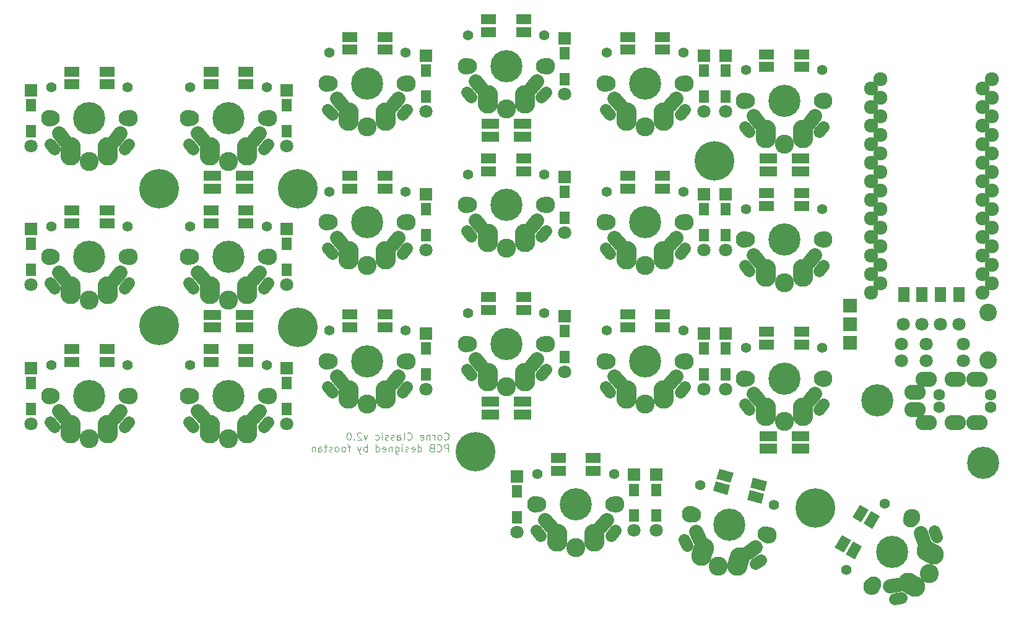
<source format=gbr>
G04 #@! TF.GenerationSoftware,KiCad,Pcbnew,5.1.5+dfsg1-2~bpo10+1*
G04 #@! TF.CreationDate,2020-09-05T13:32:18+00:00*
G04 #@! TF.ProjectId,corne-classic,636f726e-652d-4636-9c61-737369632e6b,1.1*
G04 #@! TF.SameCoordinates,Original*
G04 #@! TF.FileFunction,Soldermask,Bot*
G04 #@! TF.FilePolarity,Negative*
%FSLAX46Y46*%
G04 Gerber Fmt 4.6, Leading zero omitted, Abs format (unit mm)*
G04 Created by KiCad (PCBNEW 5.1.5+dfsg1-2~bpo10+1) date 2020-09-05 13:32:18*
%MOMM*%
%LPD*%
G04 APERTURE LIST*
%ADD10C,0.125000*%
%ADD11C,1.797000*%
%ADD12O,2.900000X2.100000*%
%ADD13C,1.600000*%
%ADD14R,2.400000X1.400000*%
%ADD15C,1.650000*%
%ADD16C,4.400000*%
%ADD17C,2.300000*%
%ADD18C,2.600000*%
%ADD19C,2.800000*%
%ADD20C,1.950000*%
%ADD21C,2.100000*%
%ADD22C,1.400000*%
%ADD23C,1.924000*%
%ADD24R,2.000000X1.400000*%
%ADD25C,0.100000*%
%ADD26R,1.797000X1.797000*%
%ADD27R,1.350000X1.700000*%
%ADD28R,1.543000X1.035000*%
%ADD29R,1.924000X1.924000*%
%ADD30C,5.400000*%
%ADD31C,2.400000*%
G04 APERTURE END LIST*
D10*
X118509226Y-121044642D02*
X118556845Y-121092261D01*
X118699702Y-121139880D01*
X118794940Y-121139880D01*
X118937797Y-121092261D01*
X119033035Y-120997023D01*
X119080654Y-120901785D01*
X119128273Y-120711309D01*
X119128273Y-120568452D01*
X119080654Y-120377976D01*
X119033035Y-120282738D01*
X118937797Y-120187500D01*
X118794940Y-120139880D01*
X118699702Y-120139880D01*
X118556845Y-120187500D01*
X118509226Y-120235119D01*
X117937797Y-121139880D02*
X118033035Y-121092261D01*
X118080654Y-121044642D01*
X118128273Y-120949404D01*
X118128273Y-120663690D01*
X118080654Y-120568452D01*
X118033035Y-120520833D01*
X117937797Y-120473214D01*
X117794940Y-120473214D01*
X117699702Y-120520833D01*
X117652083Y-120568452D01*
X117604464Y-120663690D01*
X117604464Y-120949404D01*
X117652083Y-121044642D01*
X117699702Y-121092261D01*
X117794940Y-121139880D01*
X117937797Y-121139880D01*
X117175892Y-121139880D02*
X117175892Y-120473214D01*
X117175892Y-120663690D02*
X117128273Y-120568452D01*
X117080654Y-120520833D01*
X116985416Y-120473214D01*
X116890178Y-120473214D01*
X116556845Y-120473214D02*
X116556845Y-121139880D01*
X116556845Y-120568452D02*
X116509226Y-120520833D01*
X116413988Y-120473214D01*
X116271130Y-120473214D01*
X116175892Y-120520833D01*
X116128273Y-120616071D01*
X116128273Y-121139880D01*
X115271130Y-121092261D02*
X115366369Y-121139880D01*
X115556845Y-121139880D01*
X115652083Y-121092261D01*
X115699702Y-120997023D01*
X115699702Y-120616071D01*
X115652083Y-120520833D01*
X115556845Y-120473214D01*
X115366369Y-120473214D01*
X115271130Y-120520833D01*
X115223511Y-120616071D01*
X115223511Y-120711309D01*
X115699702Y-120806547D01*
X113461607Y-121044642D02*
X113509226Y-121092261D01*
X113652083Y-121139880D01*
X113747321Y-121139880D01*
X113890178Y-121092261D01*
X113985416Y-120997023D01*
X114033035Y-120901785D01*
X114080654Y-120711309D01*
X114080654Y-120568452D01*
X114033035Y-120377976D01*
X113985416Y-120282738D01*
X113890178Y-120187500D01*
X113747321Y-120139880D01*
X113652083Y-120139880D01*
X113509226Y-120187500D01*
X113461607Y-120235119D01*
X112890178Y-121139880D02*
X112985416Y-121092261D01*
X113033035Y-120997023D01*
X113033035Y-120139880D01*
X112080654Y-121139880D02*
X112080654Y-120616071D01*
X112128273Y-120520833D01*
X112223511Y-120473214D01*
X112413988Y-120473214D01*
X112509226Y-120520833D01*
X112080654Y-121092261D02*
X112175892Y-121139880D01*
X112413988Y-121139880D01*
X112509226Y-121092261D01*
X112556845Y-120997023D01*
X112556845Y-120901785D01*
X112509226Y-120806547D01*
X112413988Y-120758928D01*
X112175892Y-120758928D01*
X112080654Y-120711309D01*
X111652083Y-121092261D02*
X111556845Y-121139880D01*
X111366369Y-121139880D01*
X111271130Y-121092261D01*
X111223511Y-120997023D01*
X111223511Y-120949404D01*
X111271130Y-120854166D01*
X111366369Y-120806547D01*
X111509226Y-120806547D01*
X111604464Y-120758928D01*
X111652083Y-120663690D01*
X111652083Y-120616071D01*
X111604464Y-120520833D01*
X111509226Y-120473214D01*
X111366369Y-120473214D01*
X111271130Y-120520833D01*
X110842559Y-121092261D02*
X110747321Y-121139880D01*
X110556845Y-121139880D01*
X110461607Y-121092261D01*
X110413988Y-120997023D01*
X110413988Y-120949404D01*
X110461607Y-120854166D01*
X110556845Y-120806547D01*
X110699702Y-120806547D01*
X110794940Y-120758928D01*
X110842559Y-120663690D01*
X110842559Y-120616071D01*
X110794940Y-120520833D01*
X110699702Y-120473214D01*
X110556845Y-120473214D01*
X110461607Y-120520833D01*
X109985416Y-121139880D02*
X109985416Y-120473214D01*
X109985416Y-120139880D02*
X110033035Y-120187500D01*
X109985416Y-120235119D01*
X109937797Y-120187500D01*
X109985416Y-120139880D01*
X109985416Y-120235119D01*
X109080654Y-121092261D02*
X109175892Y-121139880D01*
X109366369Y-121139880D01*
X109461607Y-121092261D01*
X109509226Y-121044642D01*
X109556845Y-120949404D01*
X109556845Y-120663690D01*
X109509226Y-120568452D01*
X109461607Y-120520833D01*
X109366369Y-120473214D01*
X109175892Y-120473214D01*
X109080654Y-120520833D01*
X107985416Y-120473214D02*
X107747321Y-121139880D01*
X107509226Y-120473214D01*
X107175892Y-120235119D02*
X107128273Y-120187500D01*
X107033035Y-120139880D01*
X106794940Y-120139880D01*
X106699702Y-120187500D01*
X106652083Y-120235119D01*
X106604464Y-120330357D01*
X106604464Y-120425595D01*
X106652083Y-120568452D01*
X107223511Y-121139880D01*
X106604464Y-121139880D01*
X106175892Y-121044642D02*
X106128273Y-121092261D01*
X106175892Y-121139880D01*
X106223511Y-121092261D01*
X106175892Y-121044642D01*
X106175892Y-121139880D01*
X105509226Y-120139880D02*
X105413988Y-120139880D01*
X105318750Y-120187500D01*
X105271130Y-120235119D01*
X105223511Y-120330357D01*
X105175892Y-120520833D01*
X105175892Y-120758928D01*
X105223511Y-120949404D01*
X105271130Y-121044642D01*
X105318750Y-121092261D01*
X105413988Y-121139880D01*
X105509226Y-121139880D01*
X105604464Y-121092261D01*
X105652083Y-121044642D01*
X105699702Y-120949404D01*
X105747321Y-120758928D01*
X105747321Y-120520833D01*
X105699702Y-120330357D01*
X105652083Y-120235119D01*
X105604464Y-120187500D01*
X105509226Y-120139880D01*
X119080654Y-122764880D02*
X119080654Y-121764880D01*
X118699702Y-121764880D01*
X118604464Y-121812500D01*
X118556845Y-121860119D01*
X118509226Y-121955357D01*
X118509226Y-122098214D01*
X118556845Y-122193452D01*
X118604464Y-122241071D01*
X118699702Y-122288690D01*
X119080654Y-122288690D01*
X117509226Y-122669642D02*
X117556845Y-122717261D01*
X117699702Y-122764880D01*
X117794940Y-122764880D01*
X117937797Y-122717261D01*
X118033035Y-122622023D01*
X118080654Y-122526785D01*
X118128273Y-122336309D01*
X118128273Y-122193452D01*
X118080654Y-122002976D01*
X118033035Y-121907738D01*
X117937797Y-121812500D01*
X117794940Y-121764880D01*
X117699702Y-121764880D01*
X117556845Y-121812500D01*
X117509226Y-121860119D01*
X116747321Y-122241071D02*
X116604464Y-122288690D01*
X116556845Y-122336309D01*
X116509226Y-122431547D01*
X116509226Y-122574404D01*
X116556845Y-122669642D01*
X116604464Y-122717261D01*
X116699702Y-122764880D01*
X117080654Y-122764880D01*
X117080654Y-121764880D01*
X116747321Y-121764880D01*
X116652083Y-121812500D01*
X116604464Y-121860119D01*
X116556845Y-121955357D01*
X116556845Y-122050595D01*
X116604464Y-122145833D01*
X116652083Y-122193452D01*
X116747321Y-122241071D01*
X117080654Y-122241071D01*
X114890178Y-122764880D02*
X114890178Y-121764880D01*
X114890178Y-122717261D02*
X114985416Y-122764880D01*
X115175892Y-122764880D01*
X115271130Y-122717261D01*
X115318750Y-122669642D01*
X115366369Y-122574404D01*
X115366369Y-122288690D01*
X115318750Y-122193452D01*
X115271130Y-122145833D01*
X115175892Y-122098214D01*
X114985416Y-122098214D01*
X114890178Y-122145833D01*
X114033035Y-122717261D02*
X114128273Y-122764880D01*
X114318750Y-122764880D01*
X114413988Y-122717261D01*
X114461607Y-122622023D01*
X114461607Y-122241071D01*
X114413988Y-122145833D01*
X114318750Y-122098214D01*
X114128273Y-122098214D01*
X114033035Y-122145833D01*
X113985416Y-122241071D01*
X113985416Y-122336309D01*
X114461607Y-122431547D01*
X113604464Y-122717261D02*
X113509226Y-122764880D01*
X113318750Y-122764880D01*
X113223511Y-122717261D01*
X113175892Y-122622023D01*
X113175892Y-122574404D01*
X113223511Y-122479166D01*
X113318750Y-122431547D01*
X113461607Y-122431547D01*
X113556845Y-122383928D01*
X113604464Y-122288690D01*
X113604464Y-122241071D01*
X113556845Y-122145833D01*
X113461607Y-122098214D01*
X113318750Y-122098214D01*
X113223511Y-122145833D01*
X112747321Y-122764880D02*
X112747321Y-122098214D01*
X112747321Y-121764880D02*
X112794940Y-121812500D01*
X112747321Y-121860119D01*
X112699702Y-121812500D01*
X112747321Y-121764880D01*
X112747321Y-121860119D01*
X111842559Y-122098214D02*
X111842559Y-122907738D01*
X111890178Y-123002976D01*
X111937797Y-123050595D01*
X112033035Y-123098214D01*
X112175892Y-123098214D01*
X112271130Y-123050595D01*
X111842559Y-122717261D02*
X111937797Y-122764880D01*
X112128273Y-122764880D01*
X112223511Y-122717261D01*
X112271130Y-122669642D01*
X112318750Y-122574404D01*
X112318750Y-122288690D01*
X112271130Y-122193452D01*
X112223511Y-122145833D01*
X112128273Y-122098214D01*
X111937797Y-122098214D01*
X111842559Y-122145833D01*
X111366369Y-122098214D02*
X111366369Y-122764880D01*
X111366369Y-122193452D02*
X111318750Y-122145833D01*
X111223511Y-122098214D01*
X111080654Y-122098214D01*
X110985416Y-122145833D01*
X110937797Y-122241071D01*
X110937797Y-122764880D01*
X110080654Y-122717261D02*
X110175892Y-122764880D01*
X110366369Y-122764880D01*
X110461607Y-122717261D01*
X110509226Y-122622023D01*
X110509226Y-122241071D01*
X110461607Y-122145833D01*
X110366369Y-122098214D01*
X110175892Y-122098214D01*
X110080654Y-122145833D01*
X110033035Y-122241071D01*
X110033035Y-122336309D01*
X110509226Y-122431547D01*
X109175892Y-122764880D02*
X109175892Y-121764880D01*
X109175892Y-122717261D02*
X109271130Y-122764880D01*
X109461607Y-122764880D01*
X109556845Y-122717261D01*
X109604464Y-122669642D01*
X109652083Y-122574404D01*
X109652083Y-122288690D01*
X109604464Y-122193452D01*
X109556845Y-122145833D01*
X109461607Y-122098214D01*
X109271130Y-122098214D01*
X109175892Y-122145833D01*
X107937797Y-122764880D02*
X107937797Y-121764880D01*
X107937797Y-122145833D02*
X107842559Y-122098214D01*
X107652083Y-122098214D01*
X107556845Y-122145833D01*
X107509226Y-122193452D01*
X107461607Y-122288690D01*
X107461607Y-122574404D01*
X107509226Y-122669642D01*
X107556845Y-122717261D01*
X107652083Y-122764880D01*
X107842559Y-122764880D01*
X107937797Y-122717261D01*
X107128273Y-122098214D02*
X106890178Y-122764880D01*
X106652083Y-122098214D02*
X106890178Y-122764880D01*
X106985416Y-123002976D01*
X107033035Y-123050595D01*
X107128273Y-123098214D01*
X105652083Y-122098214D02*
X105271130Y-122098214D01*
X105509226Y-122764880D02*
X105509226Y-121907738D01*
X105461607Y-121812500D01*
X105366369Y-121764880D01*
X105271130Y-121764880D01*
X104794940Y-122764880D02*
X104890178Y-122717261D01*
X104937797Y-122669642D01*
X104985416Y-122574404D01*
X104985416Y-122288690D01*
X104937797Y-122193452D01*
X104890178Y-122145833D01*
X104794940Y-122098214D01*
X104652083Y-122098214D01*
X104556845Y-122145833D01*
X104509226Y-122193452D01*
X104461607Y-122288690D01*
X104461607Y-122574404D01*
X104509226Y-122669642D01*
X104556845Y-122717261D01*
X104652083Y-122764880D01*
X104794940Y-122764880D01*
X103890178Y-122764880D02*
X103985416Y-122717261D01*
X104033035Y-122669642D01*
X104080654Y-122574404D01*
X104080654Y-122288690D01*
X104033035Y-122193452D01*
X103985416Y-122145833D01*
X103890178Y-122098214D01*
X103747321Y-122098214D01*
X103652083Y-122145833D01*
X103604464Y-122193452D01*
X103556845Y-122288690D01*
X103556845Y-122574404D01*
X103604464Y-122669642D01*
X103652083Y-122717261D01*
X103747321Y-122764880D01*
X103890178Y-122764880D01*
X103175892Y-122717261D02*
X103080654Y-122764880D01*
X102890178Y-122764880D01*
X102794940Y-122717261D01*
X102747321Y-122622023D01*
X102747321Y-122574404D01*
X102794940Y-122479166D01*
X102890178Y-122431547D01*
X103033035Y-122431547D01*
X103128273Y-122383928D01*
X103175892Y-122288690D01*
X103175892Y-122241071D01*
X103128273Y-122145833D01*
X103033035Y-122098214D01*
X102890178Y-122098214D01*
X102794940Y-122145833D01*
X102461607Y-122098214D02*
X102080654Y-122098214D01*
X102318750Y-121764880D02*
X102318750Y-122622023D01*
X102271130Y-122717261D01*
X102175892Y-122764880D01*
X102080654Y-122764880D01*
X101318750Y-122764880D02*
X101318750Y-122241071D01*
X101366369Y-122145833D01*
X101461607Y-122098214D01*
X101652083Y-122098214D01*
X101747321Y-122145833D01*
X101318750Y-122717261D02*
X101413988Y-122764880D01*
X101652083Y-122764880D01*
X101747321Y-122717261D01*
X101794940Y-122622023D01*
X101794940Y-122526785D01*
X101747321Y-122431547D01*
X101652083Y-122383928D01*
X101413988Y-122383928D01*
X101318750Y-122336309D01*
X100842559Y-122098214D02*
X100842559Y-122764880D01*
X100842559Y-122193452D02*
X100794940Y-122145833D01*
X100699702Y-122098214D01*
X100556845Y-122098214D01*
X100461607Y-122145833D01*
X100413988Y-122241071D01*
X100413988Y-122764880D01*
D11*
X188920000Y-105300000D03*
X186380000Y-105300000D03*
X183840000Y-105300000D03*
X181300000Y-105300000D03*
D12*
X182900000Y-114600000D03*
X184400000Y-118800000D03*
X188400000Y-118800000D03*
X191400000Y-118800000D03*
D13*
X186200000Y-116700000D03*
X193200000Y-116700000D03*
D12*
X188400000Y-112850000D03*
X191400000Y-112850000D03*
X182900000Y-117050000D03*
X184400000Y-112850000D03*
D13*
X193200000Y-114950000D03*
X186200000Y-114950000D03*
D14*
X162800000Y-122375000D03*
X162800000Y-120625000D03*
X167200000Y-120625000D03*
X167200000Y-122375000D03*
X167200000Y-82625000D03*
X167200000Y-84375000D03*
X162800000Y-84375000D03*
X162800000Y-82625000D03*
X129200000Y-77925000D03*
X129200000Y-79675000D03*
X124800000Y-79675000D03*
X124800000Y-77925000D03*
X91200000Y-85025000D03*
X91200000Y-86775000D03*
X86800000Y-86775000D03*
X86800000Y-85025000D03*
X86800000Y-105775000D03*
X86800000Y-104025000D03*
X91200000Y-104025000D03*
X91200000Y-105775000D03*
X124800000Y-117675000D03*
X124800000Y-115925000D03*
X129200000Y-115925000D03*
X129200000Y-117675000D03*
D15*
X181045283Y-142784247D02*
X180109715Y-142949213D01*
D16*
X179750000Y-136500000D03*
D17*
X182500000Y-131736860D03*
X177000000Y-141263140D03*
D15*
X185515039Y-133586916D02*
X185839959Y-134479624D01*
D18*
X184859550Y-139450000D03*
D19*
X182879409Y-141239705D03*
D20*
X183640942Y-133883135D02*
X184068468Y-135057751D01*
D19*
X185419409Y-136840295D03*
D20*
X180660210Y-140961027D02*
X179429200Y-141178087D01*
D19*
X182377114Y-140949705D03*
X181944102Y-140699705D03*
X184484102Y-136300295D03*
X184917113Y-136550295D03*
D21*
X177210000Y-140899409D03*
X182290000Y-132100591D03*
D22*
X173502693Y-138920653D03*
X178722693Y-129879347D03*
D23*
X192100000Y-73042000D03*
X192100000Y-75582000D03*
X192100000Y-78122000D03*
X192100000Y-80662000D03*
X192100000Y-83202000D03*
X192100000Y-85742000D03*
X192100000Y-88282000D03*
X192100000Y-90822000D03*
X192100000Y-93362000D03*
X192100000Y-95902000D03*
X192100000Y-98442000D03*
X192100000Y-100982000D03*
X176860000Y-100982000D03*
X176860000Y-98442000D03*
X176860000Y-95902000D03*
X176860000Y-93362000D03*
X176860000Y-90822000D03*
X176860000Y-88282000D03*
X176860000Y-85742000D03*
X176860000Y-83202000D03*
X176860000Y-80662000D03*
X176860000Y-78122000D03*
X176860000Y-75582000D03*
X176860000Y-73042000D03*
X193406400Y-71772000D03*
X193406400Y-74312000D03*
X193406400Y-76852000D03*
X193406400Y-79392000D03*
X193406400Y-81932000D03*
X193406400Y-84472000D03*
X193406400Y-87012000D03*
X193406400Y-89552000D03*
X193406400Y-92092000D03*
X193406400Y-94632000D03*
X193406400Y-97172000D03*
X193406400Y-99712000D03*
X178186400Y-99712000D03*
X178186400Y-97172000D03*
X178186400Y-94632000D03*
X178186400Y-92092000D03*
X178186400Y-89552000D03*
X178186400Y-87012000D03*
X178186400Y-84472000D03*
X178186400Y-81932000D03*
X178186400Y-79392000D03*
X178186400Y-76852000D03*
X178186400Y-74312000D03*
X178186400Y-71772000D03*
D24*
X67600000Y-72500000D03*
X67600000Y-70750000D03*
X72400000Y-70750000D03*
X72400000Y-72500000D03*
X86600000Y-72500000D03*
X86600000Y-70750000D03*
X91400000Y-70750000D03*
X91400000Y-72500000D03*
X105600000Y-67750000D03*
X105600000Y-66000000D03*
X110400000Y-66000000D03*
X110400000Y-67750000D03*
X124600000Y-65375000D03*
X124600000Y-63625000D03*
X129400000Y-63625000D03*
X129400000Y-65375000D03*
X143600000Y-67750000D03*
X143600000Y-66000000D03*
X148400000Y-66000000D03*
X148400000Y-67750000D03*
X162600000Y-70125000D03*
X162600000Y-68375000D03*
X167400000Y-68375000D03*
X167400000Y-70125000D03*
X67600000Y-91500000D03*
X67600000Y-89750000D03*
X72400000Y-89750000D03*
X72400000Y-91500000D03*
X86600000Y-91500000D03*
X86600000Y-89750000D03*
X91400000Y-89750000D03*
X91400000Y-91500000D03*
X105600000Y-86750000D03*
X105600000Y-85000000D03*
X110400000Y-85000000D03*
X110400000Y-86750000D03*
X124600000Y-84375000D03*
X124600000Y-82625000D03*
X129400000Y-82625000D03*
X129400000Y-84375000D03*
X143600000Y-86750000D03*
X143600000Y-85000000D03*
X148400000Y-85000000D03*
X148400000Y-86750000D03*
X162600000Y-89125000D03*
X162600000Y-87375000D03*
X167400000Y-87375000D03*
X167400000Y-89125000D03*
X67600000Y-110500000D03*
X67600000Y-108750000D03*
X72400000Y-108750000D03*
X72400000Y-110500000D03*
X86600000Y-110500000D03*
X86600000Y-108750000D03*
X91400000Y-108750000D03*
X91400000Y-110500000D03*
X105600000Y-105750000D03*
X105600000Y-104000000D03*
X110400000Y-104000000D03*
X110400000Y-105750000D03*
X124600000Y-103375000D03*
X124600000Y-101625000D03*
X129400000Y-101625000D03*
X129400000Y-103375000D03*
X143600000Y-105750000D03*
X143600000Y-104000000D03*
X148400000Y-104000000D03*
X148400000Y-105750000D03*
X162600000Y-108125000D03*
X162600000Y-106375000D03*
X167400000Y-106375000D03*
X167400000Y-108125000D03*
X134100000Y-125375000D03*
X134100000Y-123625000D03*
X138900000Y-123625000D03*
X138900000Y-125375000D03*
D25*
G36*
X155308212Y-128141348D02*
G01*
X155670559Y-126789052D01*
X157602410Y-127306690D01*
X157240063Y-128658986D01*
X155308212Y-128141348D01*
G37*
G36*
X155761146Y-126450978D02*
G01*
X156123493Y-125098682D01*
X158055344Y-125616320D01*
X157692997Y-126968616D01*
X155761146Y-126450978D01*
G37*
G36*
X160397590Y-127693310D02*
G01*
X160759937Y-126341014D01*
X162691788Y-126858652D01*
X162329441Y-128210948D01*
X160397590Y-127693310D01*
G37*
G36*
X159944656Y-129383680D02*
G01*
X160307003Y-128031384D01*
X162238854Y-128549022D01*
X161876507Y-129901318D01*
X159944656Y-129383680D01*
G37*
G36*
X175336010Y-130018014D02*
G01*
X176548446Y-130718014D01*
X175548446Y-132450064D01*
X174336010Y-131750064D01*
X175336010Y-130018014D01*
G37*
G36*
X176851554Y-130893014D02*
G01*
X178063990Y-131593014D01*
X177063990Y-133325064D01*
X175851554Y-132625064D01*
X176851554Y-130893014D01*
G37*
G36*
X174451554Y-135049936D02*
G01*
X175663990Y-135749936D01*
X174663990Y-137481986D01*
X173451554Y-136781986D01*
X174451554Y-135049936D01*
G37*
G36*
X172936010Y-134174936D02*
G01*
X174148446Y-134874936D01*
X173148446Y-136606986D01*
X171936010Y-135906986D01*
X172936010Y-134174936D01*
G37*
D11*
X62000000Y-80935000D03*
D26*
X62000000Y-73315000D03*
D27*
X62000000Y-75350000D03*
X62000000Y-78900000D03*
D11*
X97000000Y-80935000D03*
D26*
X97000000Y-73315000D03*
D27*
X97000000Y-75350000D03*
X97000000Y-78900000D03*
D11*
X116000000Y-76185000D03*
D26*
X116000000Y-68565000D03*
D27*
X116000000Y-70600000D03*
X116000000Y-74150000D03*
D11*
X135000000Y-73810000D03*
D26*
X135000000Y-66190000D03*
D27*
X135000000Y-68225000D03*
X135000000Y-71775000D03*
D11*
X154000000Y-76185000D03*
D26*
X154000000Y-68565000D03*
D27*
X154000000Y-70600000D03*
X154000000Y-74150000D03*
D11*
X157000000Y-76185000D03*
D26*
X157000000Y-68565000D03*
D27*
X157000000Y-70600000D03*
X157000000Y-74150000D03*
D11*
X62000000Y-99935000D03*
D26*
X62000000Y-92315000D03*
D27*
X62000000Y-94350000D03*
X62000000Y-97900000D03*
D11*
X97000000Y-99935000D03*
D26*
X97000000Y-92315000D03*
D27*
X97000000Y-94350000D03*
X97000000Y-97900000D03*
D11*
X116000000Y-95185000D03*
D26*
X116000000Y-87565000D03*
D27*
X116000000Y-89600000D03*
X116000000Y-93150000D03*
D11*
X135000000Y-92810000D03*
D26*
X135000000Y-85190000D03*
D27*
X135000000Y-87225000D03*
X135000000Y-90775000D03*
D11*
X154000000Y-95185000D03*
D26*
X154000000Y-87565000D03*
D27*
X154000000Y-89600000D03*
X154000000Y-93150000D03*
D11*
X157000000Y-95185000D03*
D26*
X157000000Y-87565000D03*
D27*
X157000000Y-89600000D03*
X157000000Y-93150000D03*
D11*
X62000000Y-118935000D03*
D26*
X62000000Y-111315000D03*
D27*
X62000000Y-113350000D03*
X62000000Y-116900000D03*
D11*
X97000000Y-118935000D03*
D26*
X97000000Y-111315000D03*
D27*
X97000000Y-113350000D03*
X97000000Y-116900000D03*
D11*
X116000000Y-114185000D03*
D26*
X116000000Y-106565000D03*
D27*
X116000000Y-108600000D03*
X116000000Y-112150000D03*
D11*
X135000000Y-111810000D03*
D26*
X135000000Y-104190000D03*
D27*
X135000000Y-106225000D03*
X135000000Y-109775000D03*
D11*
X157000000Y-114185000D03*
D26*
X157000000Y-106565000D03*
D27*
X157000000Y-108600000D03*
X157000000Y-112150000D03*
D11*
X128500000Y-133810000D03*
D26*
X128500000Y-126190000D03*
D27*
X128500000Y-128225000D03*
X128500000Y-131775000D03*
D11*
X144500000Y-133560000D03*
D26*
X144500000Y-125940000D03*
D27*
X144500000Y-127975000D03*
X144500000Y-131525000D03*
D11*
X147500000Y-133560000D03*
D26*
X147500000Y-125940000D03*
D27*
X147500000Y-127975000D03*
X147500000Y-131525000D03*
D11*
X154000000Y-114185000D03*
D26*
X154000000Y-106565000D03*
D27*
X154000000Y-108600000D03*
X154000000Y-112150000D03*
D22*
X75220000Y-72925000D03*
X64780000Y-72925000D03*
D21*
X75080000Y-77125000D03*
X64920000Y-77125000D03*
D19*
X72540000Y-81625000D03*
X72540000Y-81125000D03*
X67460000Y-81125000D03*
X67460000Y-81625000D03*
D20*
X66591742Y-80143778D02*
X65788258Y-79186222D01*
D19*
X72540000Y-82205000D03*
D20*
X74211742Y-79186222D02*
X73408258Y-80143778D01*
D19*
X67460000Y-82205000D03*
D18*
X70000000Y-83025000D03*
D15*
X75405324Y-80661129D02*
X74794676Y-81388871D01*
D17*
X64500000Y-77125000D03*
X75500000Y-77125000D03*
D16*
X70000000Y-77125000D03*
D15*
X65205324Y-81388871D02*
X64594676Y-80661129D01*
D22*
X94220000Y-72925000D03*
X83780000Y-72925000D03*
D21*
X94080000Y-77125000D03*
X83920000Y-77125000D03*
D19*
X91540000Y-81625000D03*
X91540000Y-81125000D03*
X86460000Y-81125000D03*
X86460000Y-81625000D03*
D20*
X85591742Y-80143778D02*
X84788258Y-79186222D01*
D19*
X91540000Y-82205000D03*
D20*
X93211742Y-79186222D02*
X92408258Y-80143778D01*
D19*
X86460000Y-82205000D03*
D18*
X89000000Y-83025000D03*
D15*
X94405324Y-80661129D02*
X93794676Y-81388871D01*
D17*
X83500000Y-77125000D03*
X94500000Y-77125000D03*
D16*
X89000000Y-77125000D03*
D15*
X84205324Y-81388871D02*
X83594676Y-80661129D01*
D22*
X113220000Y-68175000D03*
X102780000Y-68175000D03*
D21*
X113080000Y-72375000D03*
X102920000Y-72375000D03*
D19*
X110540000Y-76875000D03*
X110540000Y-76375000D03*
X105460000Y-76375000D03*
X105460000Y-76875000D03*
D20*
X104591742Y-75393778D02*
X103788258Y-74436222D01*
D19*
X110540000Y-77455000D03*
D20*
X112211742Y-74436222D02*
X111408258Y-75393778D01*
D19*
X105460000Y-77455000D03*
D18*
X108000000Y-78275000D03*
D15*
X113405324Y-75911129D02*
X112794676Y-76638871D01*
D17*
X102500000Y-72375000D03*
X113500000Y-72375000D03*
D16*
X108000000Y-72375000D03*
D15*
X103205324Y-76638871D02*
X102594676Y-75911129D01*
D22*
X132220000Y-65800000D03*
X121780000Y-65800000D03*
D21*
X132080000Y-70000000D03*
X121920000Y-70000000D03*
D19*
X129540000Y-74500000D03*
X129540000Y-74000000D03*
X124460000Y-74000000D03*
X124460000Y-74500000D03*
D20*
X123591742Y-73018778D02*
X122788258Y-72061222D01*
D19*
X129540000Y-75080000D03*
D20*
X131211742Y-72061222D02*
X130408258Y-73018778D01*
D19*
X124460000Y-75080000D03*
D18*
X127000000Y-75900000D03*
D15*
X132405324Y-73536129D02*
X131794676Y-74263871D01*
D17*
X121500000Y-70000000D03*
X132500000Y-70000000D03*
D16*
X127000000Y-70000000D03*
D15*
X122205324Y-74263871D02*
X121594676Y-73536129D01*
D22*
X151220000Y-68175000D03*
X140780000Y-68175000D03*
D21*
X151080000Y-72375000D03*
X140920000Y-72375000D03*
D19*
X148540000Y-76875000D03*
X148540000Y-76375000D03*
X143460000Y-76375000D03*
X143460000Y-76875000D03*
D20*
X142591742Y-75393778D02*
X141788258Y-74436222D01*
D19*
X148540000Y-77455000D03*
D20*
X150211742Y-74436222D02*
X149408258Y-75393778D01*
D19*
X143460000Y-77455000D03*
D18*
X146000000Y-78275000D03*
D15*
X151405324Y-75911129D02*
X150794676Y-76638871D01*
D17*
X140500000Y-72375000D03*
X151500000Y-72375000D03*
D16*
X146000000Y-72375000D03*
D15*
X141205324Y-76638871D02*
X140594676Y-75911129D01*
D22*
X170220000Y-70550000D03*
X159780000Y-70550000D03*
D21*
X170080000Y-74750000D03*
X159920000Y-74750000D03*
D19*
X167540000Y-79250000D03*
X167540000Y-78750000D03*
X162460000Y-78750000D03*
X162460000Y-79250000D03*
D20*
X161591742Y-77768778D02*
X160788258Y-76811222D01*
D19*
X167540000Y-79830000D03*
D20*
X169211742Y-76811222D02*
X168408258Y-77768778D01*
D19*
X162460000Y-79830000D03*
D18*
X165000000Y-80650000D03*
D15*
X170405324Y-78286129D02*
X169794676Y-79013871D01*
D17*
X159500000Y-74750000D03*
X170500000Y-74750000D03*
D16*
X165000000Y-74750000D03*
D15*
X160205324Y-79013871D02*
X159594676Y-78286129D01*
D22*
X75220000Y-91925000D03*
X64780000Y-91925000D03*
D21*
X75080000Y-96125000D03*
X64920000Y-96125000D03*
D19*
X72540000Y-100625000D03*
X72540000Y-100125000D03*
X67460000Y-100125000D03*
X67460000Y-100625000D03*
D20*
X66591742Y-99143778D02*
X65788258Y-98186222D01*
D19*
X72540000Y-101205000D03*
D20*
X74211742Y-98186222D02*
X73408258Y-99143778D01*
D19*
X67460000Y-101205000D03*
D18*
X70000000Y-102025000D03*
D15*
X75405324Y-99661129D02*
X74794676Y-100388871D01*
D17*
X64500000Y-96125000D03*
X75500000Y-96125000D03*
D16*
X70000000Y-96125000D03*
D15*
X65205324Y-100388871D02*
X64594676Y-99661129D01*
D22*
X94220000Y-91925000D03*
X83780000Y-91925000D03*
D21*
X94080000Y-96125000D03*
X83920000Y-96125000D03*
D19*
X91540000Y-100625000D03*
X91540000Y-100125000D03*
X86460000Y-100125000D03*
X86460000Y-100625000D03*
D20*
X85591742Y-99143778D02*
X84788258Y-98186222D01*
D19*
X91540000Y-101205000D03*
D20*
X93211742Y-98186222D02*
X92408258Y-99143778D01*
D19*
X86460000Y-101205000D03*
D18*
X89000000Y-102025000D03*
D15*
X94405324Y-99661129D02*
X93794676Y-100388871D01*
D17*
X83500000Y-96125000D03*
X94500000Y-96125000D03*
D16*
X89000000Y-96125000D03*
D15*
X84205324Y-100388871D02*
X83594676Y-99661129D01*
D22*
X113220000Y-87175000D03*
X102780000Y-87175000D03*
D21*
X113080000Y-91375000D03*
X102920000Y-91375000D03*
D19*
X110540000Y-95875000D03*
X110540000Y-95375000D03*
X105460000Y-95375000D03*
X105460000Y-95875000D03*
D20*
X104591742Y-94393778D02*
X103788258Y-93436222D01*
D19*
X110540000Y-96455000D03*
D20*
X112211742Y-93436222D02*
X111408258Y-94393778D01*
D19*
X105460000Y-96455000D03*
D18*
X108000000Y-97275000D03*
D15*
X113405324Y-94911129D02*
X112794676Y-95638871D01*
D17*
X102500000Y-91375000D03*
X113500000Y-91375000D03*
D16*
X108000000Y-91375000D03*
D15*
X103205324Y-95638871D02*
X102594676Y-94911129D01*
D22*
X132220000Y-84800000D03*
X121780000Y-84800000D03*
D21*
X132080000Y-89000000D03*
X121920000Y-89000000D03*
D19*
X129540000Y-93500000D03*
X129540000Y-93000000D03*
X124460000Y-93000000D03*
X124460000Y-93500000D03*
D20*
X123591742Y-92018778D02*
X122788258Y-91061222D01*
D19*
X129540000Y-94080000D03*
D20*
X131211742Y-91061222D02*
X130408258Y-92018778D01*
D19*
X124460000Y-94080000D03*
D18*
X127000000Y-94900000D03*
D15*
X132405324Y-92536129D02*
X131794676Y-93263871D01*
D17*
X121500000Y-89000000D03*
X132500000Y-89000000D03*
D16*
X127000000Y-89000000D03*
D15*
X122205324Y-93263871D02*
X121594676Y-92536129D01*
D22*
X151220000Y-87175000D03*
X140780000Y-87175000D03*
D21*
X151080000Y-91375000D03*
X140920000Y-91375000D03*
D19*
X148540000Y-95875000D03*
X148540000Y-95375000D03*
X143460000Y-95375000D03*
X143460000Y-95875000D03*
D20*
X142591742Y-94393778D02*
X141788258Y-93436222D01*
D19*
X148540000Y-96455000D03*
D20*
X150211742Y-93436222D02*
X149408258Y-94393778D01*
D19*
X143460000Y-96455000D03*
D18*
X146000000Y-97275000D03*
D15*
X151405324Y-94911129D02*
X150794676Y-95638871D01*
D17*
X140500000Y-91375000D03*
X151500000Y-91375000D03*
D16*
X146000000Y-91375000D03*
D15*
X141205324Y-95638871D02*
X140594676Y-94911129D01*
D22*
X170220000Y-89550000D03*
X159780000Y-89550000D03*
D21*
X170080000Y-93750000D03*
X159920000Y-93750000D03*
D19*
X167540000Y-98250000D03*
X167540000Y-97750000D03*
X162460000Y-97750000D03*
X162460000Y-98250000D03*
D20*
X161591742Y-96768778D02*
X160788258Y-95811222D01*
D19*
X167540000Y-98830000D03*
D20*
X169211742Y-95811222D02*
X168408258Y-96768778D01*
D19*
X162460000Y-98830000D03*
D18*
X165000000Y-99650000D03*
D15*
X170405324Y-97286129D02*
X169794676Y-98013871D01*
D17*
X159500000Y-93750000D03*
X170500000Y-93750000D03*
D16*
X165000000Y-93750000D03*
D15*
X160205324Y-98013871D02*
X159594676Y-97286129D01*
D22*
X75220000Y-110925000D03*
X64780000Y-110925000D03*
D21*
X75080000Y-115125000D03*
X64920000Y-115125000D03*
D19*
X72540000Y-119625000D03*
X72540000Y-119125000D03*
X67460000Y-119125000D03*
X67460000Y-119625000D03*
D20*
X66591742Y-118143778D02*
X65788258Y-117186222D01*
D19*
X72540000Y-120205000D03*
D20*
X74211742Y-117186222D02*
X73408258Y-118143778D01*
D19*
X67460000Y-120205000D03*
D18*
X70000000Y-121025000D03*
D15*
X75405324Y-118661129D02*
X74794676Y-119388871D01*
D17*
X64500000Y-115125000D03*
X75500000Y-115125000D03*
D16*
X70000000Y-115125000D03*
D15*
X65205324Y-119388871D02*
X64594676Y-118661129D01*
D22*
X94220000Y-110925000D03*
X83780000Y-110925000D03*
D21*
X94080000Y-115125000D03*
X83920000Y-115125000D03*
D19*
X91540000Y-119625000D03*
X91540000Y-119125000D03*
X86460000Y-119125000D03*
X86460000Y-119625000D03*
D20*
X85591742Y-118143778D02*
X84788258Y-117186222D01*
D19*
X91540000Y-120205000D03*
D20*
X93211742Y-117186222D02*
X92408258Y-118143778D01*
D19*
X86460000Y-120205000D03*
D18*
X89000000Y-121025000D03*
D15*
X94405324Y-118661129D02*
X93794676Y-119388871D01*
D17*
X83500000Y-115125000D03*
X94500000Y-115125000D03*
D16*
X89000000Y-115125000D03*
D15*
X84205324Y-119388871D02*
X83594676Y-118661129D01*
D22*
X113220000Y-106175000D03*
X102780000Y-106175000D03*
D21*
X113080000Y-110375000D03*
X102920000Y-110375000D03*
D19*
X110540000Y-114875000D03*
X110540000Y-114375000D03*
X105460000Y-114375000D03*
X105460000Y-114875000D03*
D20*
X104591742Y-113393778D02*
X103788258Y-112436222D01*
D19*
X110540000Y-115455000D03*
D20*
X112211742Y-112436222D02*
X111408258Y-113393778D01*
D19*
X105460000Y-115455000D03*
D18*
X108000000Y-116275000D03*
D15*
X113405324Y-113911129D02*
X112794676Y-114638871D01*
D17*
X102500000Y-110375000D03*
X113500000Y-110375000D03*
D16*
X108000000Y-110375000D03*
D15*
X103205324Y-114638871D02*
X102594676Y-113911129D01*
D22*
X151220000Y-106175000D03*
X140780000Y-106175000D03*
D21*
X151080000Y-110375000D03*
X140920000Y-110375000D03*
D19*
X148540000Y-114875000D03*
X148540000Y-114375000D03*
X143460000Y-114375000D03*
X143460000Y-114875000D03*
D20*
X142591742Y-113393778D02*
X141788258Y-112436222D01*
D19*
X148540000Y-115455000D03*
D20*
X150211742Y-112436222D02*
X149408258Y-113393778D01*
D19*
X143460000Y-115455000D03*
D18*
X146000000Y-116275000D03*
D15*
X151405324Y-113911129D02*
X150794676Y-114638871D01*
D17*
X140500000Y-110375000D03*
X151500000Y-110375000D03*
D16*
X146000000Y-110375000D03*
D15*
X141205324Y-114638871D02*
X140594676Y-113911129D01*
D22*
X170220000Y-108550000D03*
X159780000Y-108550000D03*
D21*
X170080000Y-112750000D03*
X159920000Y-112750000D03*
D19*
X167540000Y-117250000D03*
X167540000Y-116750000D03*
X162460000Y-116750000D03*
X162460000Y-117250000D03*
D20*
X161591742Y-115768778D02*
X160788258Y-114811222D01*
D19*
X167540000Y-117830000D03*
D20*
X169211742Y-114811222D02*
X168408258Y-115768778D01*
D19*
X162460000Y-117830000D03*
D18*
X165000000Y-118650000D03*
D15*
X170405324Y-116286129D02*
X169794676Y-117013871D01*
D17*
X159500000Y-112750000D03*
X170500000Y-112750000D03*
D16*
X165000000Y-112750000D03*
D15*
X160205324Y-117013871D02*
X159594676Y-116286129D01*
D22*
X141720000Y-125800000D03*
X131280000Y-125800000D03*
D21*
X141580000Y-130000000D03*
X131420000Y-130000000D03*
D19*
X139040000Y-134500000D03*
X139040000Y-134000000D03*
X133960000Y-134000000D03*
X133960000Y-134500000D03*
D20*
X133091742Y-133018778D02*
X132288258Y-132061222D01*
D19*
X139040000Y-135080000D03*
D20*
X140711742Y-132061222D02*
X139908258Y-133018778D01*
D19*
X133960000Y-135080000D03*
D18*
X136500000Y-135900000D03*
D15*
X141905324Y-133536129D02*
X141294676Y-134263871D01*
D17*
X131000000Y-130000000D03*
X142000000Y-130000000D03*
D16*
X136500000Y-130000000D03*
D15*
X131705324Y-134263871D02*
X131094676Y-133536129D01*
D22*
X163629173Y-130044147D03*
X153544907Y-127342076D03*
D21*
X162406903Y-134064801D03*
X152593097Y-131435199D03*
D19*
X158788766Y-137754067D03*
X158918175Y-137271104D03*
X154011272Y-135956303D03*
X153881863Y-136439266D03*
D20*
X153426558Y-134783793D02*
X152898286Y-133650909D01*
D19*
X158638651Y-138314304D03*
D20*
X161034747Y-135831067D02*
X160010807Y-136548037D01*
D19*
X153731748Y-136999503D03*
D18*
X155972968Y-138448962D03*
D15*
X161805924Y-137564639D02*
X161027730Y-138109537D01*
D17*
X152187408Y-131326495D03*
X162812592Y-134173505D03*
D16*
X157500000Y-132750000D03*
D15*
X151765128Y-135627630D02*
X151363640Y-134766638D01*
D22*
X132220000Y-103800000D03*
X121780000Y-103800000D03*
D21*
X132080000Y-108000000D03*
X121920000Y-108000000D03*
D19*
X129540000Y-112500000D03*
X129540000Y-112000000D03*
X124460000Y-112000000D03*
X124460000Y-112500000D03*
D20*
X123591742Y-111018778D02*
X122788258Y-110061222D01*
D19*
X129540000Y-113080000D03*
D20*
X131211742Y-110061222D02*
X130408258Y-111018778D01*
D19*
X124460000Y-113080000D03*
D18*
X127000000Y-113900000D03*
D15*
X132405324Y-111536129D02*
X131794676Y-112263871D01*
D17*
X121500000Y-108000000D03*
X132500000Y-108000000D03*
D16*
X127000000Y-108000000D03*
D15*
X122205324Y-112263871D02*
X121594676Y-111536129D01*
D11*
X189540000Y-108000000D03*
X184460000Y-108000000D03*
X189540000Y-110300000D03*
X184460000Y-110300000D03*
D28*
X188875000Y-100749620D03*
X188875000Y-101750380D03*
X186375000Y-100749620D03*
X186375000Y-101750380D03*
X183875000Y-100749620D03*
X183875000Y-101750380D03*
X181375000Y-100749620D03*
X181375000Y-101750380D03*
D29*
X174000000Y-102820000D03*
X174000000Y-105360000D03*
X174000000Y-107900000D03*
D30*
X79500000Y-105500000D03*
D16*
X177750000Y-115750000D03*
X192250000Y-124250000D03*
D30*
X79500000Y-86750000D03*
X98500000Y-86750000D03*
X98500000Y-105750000D03*
X155500000Y-83000000D03*
X122750000Y-122750000D03*
X169250000Y-130500000D03*
D11*
X181000000Y-108000000D03*
X181000000Y-110300000D03*
D31*
X192900000Y-103750000D03*
X192900000Y-110250000D03*
M02*

</source>
